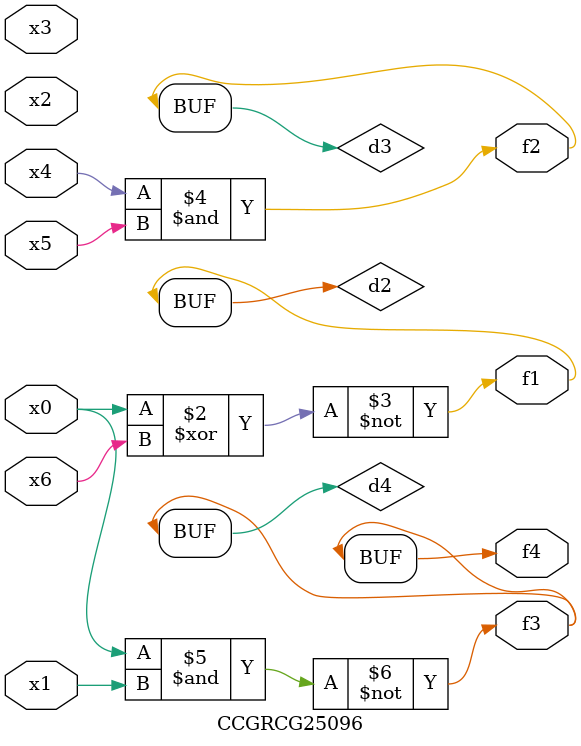
<source format=v>
module CCGRCG25096(
	input x0, x1, x2, x3, x4, x5, x6,
	output f1, f2, f3, f4
);

	wire d1, d2, d3, d4;

	nor (d1, x0);
	xnor (d2, x0, x6);
	and (d3, x4, x5);
	nand (d4, x0, x1);
	assign f1 = d2;
	assign f2 = d3;
	assign f3 = d4;
	assign f4 = d4;
endmodule

</source>
